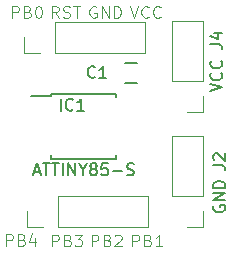
<source format=gto>
G04 #@! TF.FileFunction,Legend,Top*
%FSLAX46Y46*%
G04 Gerber Fmt 4.6, Leading zero omitted, Abs format (unit mm)*
G04 Created by KiCad (PCBNEW 4.0.7) date 2017 December 09, Saturday 06:19:51*
%MOMM*%
%LPD*%
G01*
G04 APERTURE LIST*
%ADD10C,0.100000*%
%ADD11C,0.150000*%
%ADD12C,0.120000*%
G04 APERTURE END LIST*
D10*
X142416667Y-91352381D02*
X142750000Y-92352381D01*
X143083334Y-91352381D01*
X143988096Y-92257143D02*
X143940477Y-92304762D01*
X143797620Y-92352381D01*
X143702382Y-92352381D01*
X143559524Y-92304762D01*
X143464286Y-92209524D01*
X143416667Y-92114286D01*
X143369048Y-91923810D01*
X143369048Y-91780952D01*
X143416667Y-91590476D01*
X143464286Y-91495238D01*
X143559524Y-91400000D01*
X143702382Y-91352381D01*
X143797620Y-91352381D01*
X143940477Y-91400000D01*
X143988096Y-91447619D01*
X144988096Y-92257143D02*
X144940477Y-92304762D01*
X144797620Y-92352381D01*
X144702382Y-92352381D01*
X144559524Y-92304762D01*
X144464286Y-92209524D01*
X144416667Y-92114286D01*
X144369048Y-91923810D01*
X144369048Y-91780952D01*
X144416667Y-91590476D01*
X144464286Y-91495238D01*
X144559524Y-91400000D01*
X144702382Y-91352381D01*
X144797620Y-91352381D01*
X144940477Y-91400000D01*
X144988096Y-91447619D01*
X139538096Y-91400000D02*
X139442858Y-91352381D01*
X139300001Y-91352381D01*
X139157143Y-91400000D01*
X139061905Y-91495238D01*
X139014286Y-91590476D01*
X138966667Y-91780952D01*
X138966667Y-91923810D01*
X139014286Y-92114286D01*
X139061905Y-92209524D01*
X139157143Y-92304762D01*
X139300001Y-92352381D01*
X139395239Y-92352381D01*
X139538096Y-92304762D01*
X139585715Y-92257143D01*
X139585715Y-91923810D01*
X139395239Y-91923810D01*
X140014286Y-92352381D02*
X140014286Y-91352381D01*
X140585715Y-92352381D01*
X140585715Y-91352381D01*
X141061905Y-92352381D02*
X141061905Y-91352381D01*
X141300000Y-91352381D01*
X141442858Y-91400000D01*
X141538096Y-91495238D01*
X141585715Y-91590476D01*
X141633334Y-91780952D01*
X141633334Y-91923810D01*
X141585715Y-92114286D01*
X141538096Y-92209524D01*
X141442858Y-92304762D01*
X141300000Y-92352381D01*
X141061905Y-92352381D01*
X136352381Y-92352381D02*
X136019047Y-91876190D01*
X135780952Y-92352381D02*
X135780952Y-91352381D01*
X136161905Y-91352381D01*
X136257143Y-91400000D01*
X136304762Y-91447619D01*
X136352381Y-91542857D01*
X136352381Y-91685714D01*
X136304762Y-91780952D01*
X136257143Y-91828571D01*
X136161905Y-91876190D01*
X135780952Y-91876190D01*
X136733333Y-92304762D02*
X136876190Y-92352381D01*
X137114286Y-92352381D01*
X137209524Y-92304762D01*
X137257143Y-92257143D01*
X137304762Y-92161905D01*
X137304762Y-92066667D01*
X137257143Y-91971429D01*
X137209524Y-91923810D01*
X137114286Y-91876190D01*
X136923809Y-91828571D01*
X136828571Y-91780952D01*
X136780952Y-91733333D01*
X136733333Y-91638095D01*
X136733333Y-91542857D01*
X136780952Y-91447619D01*
X136828571Y-91400000D01*
X136923809Y-91352381D01*
X137161905Y-91352381D01*
X137304762Y-91400000D01*
X137590476Y-91352381D02*
X138161905Y-91352381D01*
X137876190Y-92352381D02*
X137876190Y-91352381D01*
X132411905Y-92352381D02*
X132411905Y-91352381D01*
X132792858Y-91352381D01*
X132888096Y-91400000D01*
X132935715Y-91447619D01*
X132983334Y-91542857D01*
X132983334Y-91685714D01*
X132935715Y-91780952D01*
X132888096Y-91828571D01*
X132792858Y-91876190D01*
X132411905Y-91876190D01*
X133745239Y-91828571D02*
X133888096Y-91876190D01*
X133935715Y-91923810D01*
X133983334Y-92019048D01*
X133983334Y-92161905D01*
X133935715Y-92257143D01*
X133888096Y-92304762D01*
X133792858Y-92352381D01*
X133411905Y-92352381D01*
X133411905Y-91352381D01*
X133745239Y-91352381D01*
X133840477Y-91400000D01*
X133888096Y-91447619D01*
X133935715Y-91542857D01*
X133935715Y-91638095D01*
X133888096Y-91733333D01*
X133840477Y-91780952D01*
X133745239Y-91828571D01*
X133411905Y-91828571D01*
X134602381Y-91352381D02*
X134697620Y-91352381D01*
X134792858Y-91400000D01*
X134840477Y-91447619D01*
X134888096Y-91542857D01*
X134935715Y-91733333D01*
X134935715Y-91971429D01*
X134888096Y-92161905D01*
X134840477Y-92257143D01*
X134792858Y-92304762D01*
X134697620Y-92352381D01*
X134602381Y-92352381D01*
X134507143Y-92304762D01*
X134459524Y-92257143D01*
X134411905Y-92161905D01*
X134364286Y-91971429D01*
X134364286Y-91733333D01*
X134411905Y-91542857D01*
X134459524Y-91447619D01*
X134507143Y-91400000D01*
X134602381Y-91352381D01*
X142611905Y-111702381D02*
X142611905Y-110702381D01*
X142992858Y-110702381D01*
X143088096Y-110750000D01*
X143135715Y-110797619D01*
X143183334Y-110892857D01*
X143183334Y-111035714D01*
X143135715Y-111130952D01*
X143088096Y-111178571D01*
X142992858Y-111226190D01*
X142611905Y-111226190D01*
X143945239Y-111178571D02*
X144088096Y-111226190D01*
X144135715Y-111273810D01*
X144183334Y-111369048D01*
X144183334Y-111511905D01*
X144135715Y-111607143D01*
X144088096Y-111654762D01*
X143992858Y-111702381D01*
X143611905Y-111702381D01*
X143611905Y-110702381D01*
X143945239Y-110702381D01*
X144040477Y-110750000D01*
X144088096Y-110797619D01*
X144135715Y-110892857D01*
X144135715Y-110988095D01*
X144088096Y-111083333D01*
X144040477Y-111130952D01*
X143945239Y-111178571D01*
X143611905Y-111178571D01*
X145135715Y-111702381D02*
X144564286Y-111702381D01*
X144850000Y-111702381D02*
X144850000Y-110702381D01*
X144754762Y-110845238D01*
X144659524Y-110940476D01*
X144564286Y-110988095D01*
X139161905Y-111702381D02*
X139161905Y-110702381D01*
X139542858Y-110702381D01*
X139638096Y-110750000D01*
X139685715Y-110797619D01*
X139733334Y-110892857D01*
X139733334Y-111035714D01*
X139685715Y-111130952D01*
X139638096Y-111178571D01*
X139542858Y-111226190D01*
X139161905Y-111226190D01*
X140495239Y-111178571D02*
X140638096Y-111226190D01*
X140685715Y-111273810D01*
X140733334Y-111369048D01*
X140733334Y-111511905D01*
X140685715Y-111607143D01*
X140638096Y-111654762D01*
X140542858Y-111702381D01*
X140161905Y-111702381D01*
X140161905Y-110702381D01*
X140495239Y-110702381D01*
X140590477Y-110750000D01*
X140638096Y-110797619D01*
X140685715Y-110892857D01*
X140685715Y-110988095D01*
X140638096Y-111083333D01*
X140590477Y-111130952D01*
X140495239Y-111178571D01*
X140161905Y-111178571D01*
X141114286Y-110797619D02*
X141161905Y-110750000D01*
X141257143Y-110702381D01*
X141495239Y-110702381D01*
X141590477Y-110750000D01*
X141638096Y-110797619D01*
X141685715Y-110892857D01*
X141685715Y-110988095D01*
X141638096Y-111130952D01*
X141066667Y-111702381D01*
X141685715Y-111702381D01*
X135811905Y-111702381D02*
X135811905Y-110702381D01*
X136192858Y-110702381D01*
X136288096Y-110750000D01*
X136335715Y-110797619D01*
X136383334Y-110892857D01*
X136383334Y-111035714D01*
X136335715Y-111130952D01*
X136288096Y-111178571D01*
X136192858Y-111226190D01*
X135811905Y-111226190D01*
X137145239Y-111178571D02*
X137288096Y-111226190D01*
X137335715Y-111273810D01*
X137383334Y-111369048D01*
X137383334Y-111511905D01*
X137335715Y-111607143D01*
X137288096Y-111654762D01*
X137192858Y-111702381D01*
X136811905Y-111702381D01*
X136811905Y-110702381D01*
X137145239Y-110702381D01*
X137240477Y-110750000D01*
X137288096Y-110797619D01*
X137335715Y-110892857D01*
X137335715Y-110988095D01*
X137288096Y-111083333D01*
X137240477Y-111130952D01*
X137145239Y-111178571D01*
X136811905Y-111178571D01*
X137716667Y-110702381D02*
X138335715Y-110702381D01*
X138002381Y-111083333D01*
X138145239Y-111083333D01*
X138240477Y-111130952D01*
X138288096Y-111178571D01*
X138335715Y-111273810D01*
X138335715Y-111511905D01*
X138288096Y-111607143D01*
X138240477Y-111654762D01*
X138145239Y-111702381D01*
X137859524Y-111702381D01*
X137764286Y-111654762D01*
X137716667Y-111607143D01*
X131911905Y-111652381D02*
X131911905Y-110652381D01*
X132292858Y-110652381D01*
X132388096Y-110700000D01*
X132435715Y-110747619D01*
X132483334Y-110842857D01*
X132483334Y-110985714D01*
X132435715Y-111080952D01*
X132388096Y-111128571D01*
X132292858Y-111176190D01*
X131911905Y-111176190D01*
X133245239Y-111128571D02*
X133388096Y-111176190D01*
X133435715Y-111223810D01*
X133483334Y-111319048D01*
X133483334Y-111461905D01*
X133435715Y-111557143D01*
X133388096Y-111604762D01*
X133292858Y-111652381D01*
X132911905Y-111652381D01*
X132911905Y-110652381D01*
X133245239Y-110652381D01*
X133340477Y-110700000D01*
X133388096Y-110747619D01*
X133435715Y-110842857D01*
X133435715Y-110938095D01*
X133388096Y-111033333D01*
X133340477Y-111080952D01*
X133245239Y-111128571D01*
X132911905Y-111128571D01*
X134340477Y-110985714D02*
X134340477Y-111652381D01*
X134102381Y-110604762D02*
X133864286Y-111319048D01*
X134483334Y-111319048D01*
D11*
X135750000Y-98795000D02*
X135750000Y-99000000D01*
X141250000Y-98795000D02*
X141250000Y-99095000D01*
X141250000Y-104305000D02*
X141250000Y-104005000D01*
X135750000Y-104305000D02*
X135750000Y-104005000D01*
X135750000Y-98795000D02*
X141250000Y-98795000D01*
X135750000Y-104305000D02*
X141250000Y-104305000D01*
X135750000Y-99000000D02*
X134000000Y-99000000D01*
D12*
X143950000Y-110080000D02*
X143950000Y-107420000D01*
X136270000Y-110080000D02*
X143950000Y-110080000D01*
X136270000Y-107420000D02*
X143950000Y-107420000D01*
X136270000Y-110080000D02*
X136270000Y-107420000D01*
X135000000Y-110080000D02*
X133670000Y-110080000D01*
X133670000Y-110080000D02*
X133670000Y-108750000D01*
X143700000Y-95330000D02*
X143700000Y-92670000D01*
X136020000Y-95330000D02*
X143700000Y-95330000D01*
X136020000Y-92670000D02*
X143700000Y-92670000D01*
X136020000Y-95330000D02*
X136020000Y-92670000D01*
X134750000Y-95330000D02*
X133420000Y-95330000D01*
X133420000Y-95330000D02*
X133420000Y-94000000D01*
X148580000Y-102340000D02*
X145920000Y-102340000D01*
X148580000Y-107480000D02*
X148580000Y-102340000D01*
X145920000Y-107480000D02*
X145920000Y-102340000D01*
X148580000Y-107480000D02*
X145920000Y-107480000D01*
X148580000Y-108750000D02*
X148580000Y-110080000D01*
X148580000Y-110080000D02*
X147250000Y-110080000D01*
X148580000Y-92590000D02*
X145920000Y-92590000D01*
X148580000Y-97730000D02*
X148580000Y-92590000D01*
X145920000Y-97730000D02*
X145920000Y-92590000D01*
X148580000Y-97730000D02*
X145920000Y-97730000D01*
X148580000Y-99000000D02*
X148580000Y-100330000D01*
X148580000Y-100330000D02*
X147250000Y-100330000D01*
D11*
X142000000Y-97850000D02*
X143000000Y-97850000D01*
X143000000Y-96150000D02*
X142000000Y-96150000D01*
X136523810Y-100202381D02*
X136523810Y-99202381D01*
X137571429Y-100107143D02*
X137523810Y-100154762D01*
X137380953Y-100202381D01*
X137285715Y-100202381D01*
X137142857Y-100154762D01*
X137047619Y-100059524D01*
X137000000Y-99964286D01*
X136952381Y-99773810D01*
X136952381Y-99630952D01*
X137000000Y-99440476D01*
X137047619Y-99345238D01*
X137142857Y-99250000D01*
X137285715Y-99202381D01*
X137380953Y-99202381D01*
X137523810Y-99250000D01*
X137571429Y-99297619D01*
X138523810Y-100202381D02*
X137952381Y-100202381D01*
X138238095Y-100202381D02*
X138238095Y-99202381D01*
X138142857Y-99345238D01*
X138047619Y-99440476D01*
X137952381Y-99488095D01*
X134261905Y-105396667D02*
X134738096Y-105396667D01*
X134166667Y-105682381D02*
X134500000Y-104682381D01*
X134833334Y-105682381D01*
X135023810Y-104682381D02*
X135595239Y-104682381D01*
X135309524Y-105682381D02*
X135309524Y-104682381D01*
X135785715Y-104682381D02*
X136357144Y-104682381D01*
X136071429Y-105682381D02*
X136071429Y-104682381D01*
X136690477Y-105682381D02*
X136690477Y-104682381D01*
X137166667Y-105682381D02*
X137166667Y-104682381D01*
X137738096Y-105682381D01*
X137738096Y-104682381D01*
X138404762Y-105206190D02*
X138404762Y-105682381D01*
X138071429Y-104682381D02*
X138404762Y-105206190D01*
X138738096Y-104682381D01*
X139214286Y-105110952D02*
X139119048Y-105063333D01*
X139071429Y-105015714D01*
X139023810Y-104920476D01*
X139023810Y-104872857D01*
X139071429Y-104777619D01*
X139119048Y-104730000D01*
X139214286Y-104682381D01*
X139404763Y-104682381D01*
X139500001Y-104730000D01*
X139547620Y-104777619D01*
X139595239Y-104872857D01*
X139595239Y-104920476D01*
X139547620Y-105015714D01*
X139500001Y-105063333D01*
X139404763Y-105110952D01*
X139214286Y-105110952D01*
X139119048Y-105158571D01*
X139071429Y-105206190D01*
X139023810Y-105301429D01*
X139023810Y-105491905D01*
X139071429Y-105587143D01*
X139119048Y-105634762D01*
X139214286Y-105682381D01*
X139404763Y-105682381D01*
X139500001Y-105634762D01*
X139547620Y-105587143D01*
X139595239Y-105491905D01*
X139595239Y-105301429D01*
X139547620Y-105206190D01*
X139500001Y-105158571D01*
X139404763Y-105110952D01*
X140500001Y-104682381D02*
X140023810Y-104682381D01*
X139976191Y-105158571D01*
X140023810Y-105110952D01*
X140119048Y-105063333D01*
X140357144Y-105063333D01*
X140452382Y-105110952D01*
X140500001Y-105158571D01*
X140547620Y-105253810D01*
X140547620Y-105491905D01*
X140500001Y-105587143D01*
X140452382Y-105634762D01*
X140357144Y-105682381D01*
X140119048Y-105682381D01*
X140023810Y-105634762D01*
X139976191Y-105587143D01*
X140976191Y-105301429D02*
X141738096Y-105301429D01*
X142166667Y-105634762D02*
X142309524Y-105682381D01*
X142547620Y-105682381D01*
X142642858Y-105634762D01*
X142690477Y-105587143D01*
X142738096Y-105491905D01*
X142738096Y-105396667D01*
X142690477Y-105301429D01*
X142642858Y-105253810D01*
X142547620Y-105206190D01*
X142357143Y-105158571D01*
X142261905Y-105110952D01*
X142214286Y-105063333D01*
X142166667Y-104968095D01*
X142166667Y-104872857D01*
X142214286Y-104777619D01*
X142261905Y-104730000D01*
X142357143Y-104682381D01*
X142595239Y-104682381D01*
X142738096Y-104730000D01*
X149452381Y-104833333D02*
X150166667Y-104833333D01*
X150309524Y-104880953D01*
X150404762Y-104976191D01*
X150452381Y-105119048D01*
X150452381Y-105214286D01*
X149547619Y-104404762D02*
X149500000Y-104357143D01*
X149452381Y-104261905D01*
X149452381Y-104023809D01*
X149500000Y-103928571D01*
X149547619Y-103880952D01*
X149642857Y-103833333D01*
X149738095Y-103833333D01*
X149880952Y-103880952D01*
X150452381Y-104452381D01*
X150452381Y-103833333D01*
X149500000Y-108261904D02*
X149452381Y-108357142D01*
X149452381Y-108499999D01*
X149500000Y-108642857D01*
X149595238Y-108738095D01*
X149690476Y-108785714D01*
X149880952Y-108833333D01*
X150023810Y-108833333D01*
X150214286Y-108785714D01*
X150309524Y-108738095D01*
X150404762Y-108642857D01*
X150452381Y-108499999D01*
X150452381Y-108404761D01*
X150404762Y-108261904D01*
X150357143Y-108214285D01*
X150023810Y-108214285D01*
X150023810Y-108404761D01*
X150452381Y-107785714D02*
X149452381Y-107785714D01*
X150452381Y-107214285D01*
X149452381Y-107214285D01*
X150452381Y-106738095D02*
X149452381Y-106738095D01*
X149452381Y-106500000D01*
X149500000Y-106357142D01*
X149595238Y-106261904D01*
X149690476Y-106214285D01*
X149880952Y-106166666D01*
X150023810Y-106166666D01*
X150214286Y-106214285D01*
X150309524Y-106261904D01*
X150404762Y-106357142D01*
X150452381Y-106500000D01*
X150452381Y-106738095D01*
X149202381Y-94583333D02*
X149916667Y-94583333D01*
X150059524Y-94630953D01*
X150154762Y-94726191D01*
X150202381Y-94869048D01*
X150202381Y-94964286D01*
X149535714Y-93678571D02*
X150202381Y-93678571D01*
X149154762Y-93916667D02*
X149869048Y-94154762D01*
X149869048Y-93535714D01*
X149202381Y-98583333D02*
X150202381Y-98250000D01*
X149202381Y-97916666D01*
X150107143Y-97011904D02*
X150154762Y-97059523D01*
X150202381Y-97202380D01*
X150202381Y-97297618D01*
X150154762Y-97440476D01*
X150059524Y-97535714D01*
X149964286Y-97583333D01*
X149773810Y-97630952D01*
X149630952Y-97630952D01*
X149440476Y-97583333D01*
X149345238Y-97535714D01*
X149250000Y-97440476D01*
X149202381Y-97297618D01*
X149202381Y-97202380D01*
X149250000Y-97059523D01*
X149297619Y-97011904D01*
X150107143Y-96011904D02*
X150154762Y-96059523D01*
X150202381Y-96202380D01*
X150202381Y-96297618D01*
X150154762Y-96440476D01*
X150059524Y-96535714D01*
X149964286Y-96583333D01*
X149773810Y-96630952D01*
X149630952Y-96630952D01*
X149440476Y-96583333D01*
X149345238Y-96535714D01*
X149250000Y-96440476D01*
X149202381Y-96297618D01*
X149202381Y-96202380D01*
X149250000Y-96059523D01*
X149297619Y-96011904D01*
X139433334Y-97357143D02*
X139385715Y-97404762D01*
X139242858Y-97452381D01*
X139147620Y-97452381D01*
X139004762Y-97404762D01*
X138909524Y-97309524D01*
X138861905Y-97214286D01*
X138814286Y-97023810D01*
X138814286Y-96880952D01*
X138861905Y-96690476D01*
X138909524Y-96595238D01*
X139004762Y-96500000D01*
X139147620Y-96452381D01*
X139242858Y-96452381D01*
X139385715Y-96500000D01*
X139433334Y-96547619D01*
X140385715Y-97452381D02*
X139814286Y-97452381D01*
X140100000Y-97452381D02*
X140100000Y-96452381D01*
X140004762Y-96595238D01*
X139909524Y-96690476D01*
X139814286Y-96738095D01*
M02*

</source>
